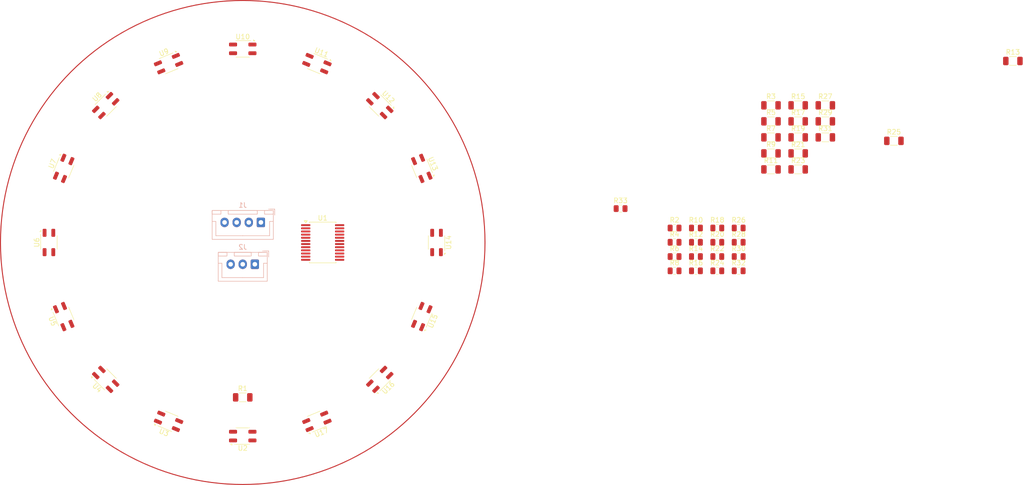
<source format=kicad_pcb>
(kicad_pcb (version 20241229) (generator "pcbnew") (generator_version "9.0")
  (layers (0 "F.Cu" signal) (2 "B.Cu" signal) (13 "F.Paste" user) (15 "B.Paste" user) (5 "F.SilkS" user "F.Silkscreen") (7 "B.SilkS" user "B.Silkscreen") (1 "F.Mask" user) (3 "B.Mask" user) (25 "Edge.Cuts" user))
  (net 0 "")
  (net 1 "Net-(J1-Pin_3)")
  (net 2 "Net-(J1-Pin_4)")
  (net 3 "Net-(J1-Pin_2)")
  (net 4 "Net-(J1-Pin_1)")
  (net 5 "Net-(J2-Pin_3)")
  (net 6 "GND")
  (net 7 "+5V")
  (net 8 "/ir_0")
  (net 9 "Net-(U2-A)")
  (net 10 "/ir_1")
  (net 11 "Net-(U3-A)")
  (net 12 "/ir_2")
  (net 13 "Net-(U4-A)")
  (net 14 "/ir_3")
  (net 15 "Net-(U5-A)")
  (net 16 "/ir_4")
  (net 17 "Net-(U6-A)")
  (net 18 "/ir_5")
  (net 19 "Net-(U7-A)")
  (net 20 "/ir_6")
  (net 21 "Net-(U8-A)")
  (net 22 "/ir_7")
  (net 23 "Net-(U9-A)")
  (net 24 "/ir_8")
  (net 25 "Net-(U10-A)")
  (net 26 "/ir_9")
  (net 27 "Net-(U11-A)")
  (net 28 "/ir_10")
  (net 29 "Net-(U12-A)")
  (net 30 "/ir_11")
  (net 31 "Net-(U13-A)")
  (net 32 "/ir_12")
  (net 33 "Net-(U14-A)")
  (net 34 "/ir_13")
  (net 35 "Net-(U15-A)")
  (net 36 "/ir_14")
  (net 37 "Net-(U16-A)")
  (net 38 "/ir_15")
  (net 39 "Net-(U17-A)")
  (net 40 "Net-(U1-~{E})")
  (footprint "Resistor_SMD:R_0805_2012Metric" (layer "F.Cu") (at 189.13 97.01)
    (property "Reference" "R2" (at 0 -1.65 0) (layer "F.SilkS"))
    (property "Value" "10k")
    (fp_line (start -0.227064 -0.735) (end 0.227064 -0.735) (stroke (width 0.12)) (layer "F.SilkS"))
    (fp_line (start -0.227064 0.735) (end 0.227064 0.735) (stroke (width 0.12)) (layer "F.SilkS"))
    (pad "1" smd roundrect (at -0.9125 0) (size 1.025 1.4) (layers "F.Cu" "F.Mask" "F.Paste") (roundrect_rratio 0.243902) (net 7 "+5V"))
    (pad "2" smd roundrect (at 0.9125 0) (size 1.025 1.4) (layers "F.Cu" "F.Mask" "F.Paste") (roundrect_rratio 0.243902) (net 9 "Net-(U2-A)"))
  )
  (footprint "Resistor_SMD:R_0805_2012Metric" (layer "F.Cu") (at 202.36 105.86)
    (property "Reference" "R32" (at 0 -1.65 0) (layer "F.SilkS"))
    (property "Value" "10k")
    (fp_line (start -0.227064 -0.735) (end 0.227064 -0.735) (stroke (width 0.12)) (layer "F.SilkS"))
    (fp_line (start -0.227064 0.735) (end 0.227064 0.735) (stroke (width 0.12)) (layer "F.SilkS"))
    (pad "1" smd roundrect (at -0.9125 0) (size 1.025 1.4) (layers "F.Cu" "F.Mask" "F.Paste") (roundrect_rratio 0.243902) (net 7 "+5V"))
    (pad "2" smd roundrect (at 0.9125 0) (size 1.025 1.4) (layers "F.Cu" "F.Mask" "F.Paste") (roundrect_rratio 0.243902) (net 39 "Net-(U17-A)"))
  )
  (footprint "Resistor_SMD:R_0805_2012Metric" (layer "F.Cu") (at 197.95 99.96)
    (property "Reference" "R20" (at 0 -1.65 0) (layer "F.SilkS"))
    (property "Value" "10k")
    (fp_line (start -0.227064 -0.735) (end 0.227064 -0.735) (stroke (width 0.12)) (layer "F.SilkS"))
    (fp_line (start -0.227064 0.735) (end 0.227064 0.735) (stroke (width 0.12)) (layer "F.SilkS"))
    (pad "1" smd roundrect (at -0.9125 0) (size 1.025 1.4) (layers "F.Cu" "F.Mask" "F.Paste") (roundrect_rratio 0.243902) (net 7 "+5V"))
    (pad "2" smd roundrect (at 0.9125 0) (size 1.025 1.4) (layers "F.Cu" "F.Mask" "F.Paste") (roundrect_rratio 0.243902) (net 27 "Net-(U11-A)"))
  )
  (footprint "OptoDevice:OnSemi_CASE100CY" (layer "F.Cu") (at 84.692663 63.044819 -67.5)
    (property "Reference" "U9" (at -2.5 0 22.5) (layer "F.SilkS"))
    (property "Value" "QRE1113GR")
    (fp_line (start -1.7 1.4) (end -1.7 -1.67) (stroke (width 0.12)) (layer "F.SilkS"))
    (fp_line (start 1.7 1.4) (end 1.7 -1.4) (stroke (width 0.12)) (layer "F.SilkS"))
    (fp_poly (pts (xy -1.61 -2.23) (xy -1.89 -2.23) (xy -1.61 -2.51) (xy -1.61 -2.23)) (stroke (width 0.12)) (fill yes) (layer "F.SilkS"))
    (pad "1" smd roundrect (at -0.9 -2 292.5) (size 0.79 1.66) (layers "F.Cu" "F.Mask" "F.Paste") (net 23 "Net-(U9-A)"))
    (pad "2" smd roundrect (at -0.9 2 292.5) (size 0.79 1.66) (layers "F.Cu" "F.Mask" "F.Paste") (net 6 "GND"))
    (pad "3" smd roundrect (at 0.9 2 292.5) (size 0.79 1.66) (layers "F.Cu" "F.Mask" "F.Paste") (net 22 "/ir_7"))
    (pad "4" smd roundrect (at 0.9 -2 292.5) (size 0.79 1.66) (layers "F.Cu" "F.Mask" "F.Paste") (net 6 "GND"))
  )
  (footprint "OptoDevice:OnSemi_CASE100CY" (layer "F.Cu") (at 63.044819 84.692663 -22.5)
    (property "Reference" "U7" (at -2.5 0 67.5) (layer "F.SilkS"))
    (property "Value" "QRE1113GR")
    (fp_line (start -1.7 1.4) (end -1.7 -1.67) (stroke (width 0.12)) (layer "F.SilkS"))
    (fp_line (start 1.7 1.4) (end 1.7 -1.4) (stroke (width 0.12)) (layer "F.SilkS"))
    (fp_poly (pts (xy -1.61 -2.23) (xy -1.89 -2.23) (xy -1.61 -2.51) (xy -1.61 -2.23)) (stroke (width 0.12)) (fill yes) (layer "F.SilkS"))
    (pad "1" smd roundrect (at -0.9 -2 337.5) (size 0.79 1.66) (layers "F.Cu" "F.Mask" "F.Paste") (net 19 "Net-(U7-A)"))
    (pad "2" smd roundrect (at -0.9 2 337.5) (size 0.79 1.66) (layers "F.Cu" "F.Mask" "F.Paste") (net 6 "GND"))
    (pad "3" smd roundrect (at 0.9 2 337.5) (size 0.79 1.66) (layers "F.Cu" "F.Mask" "F.Paste") (net 18 "/ir_5"))
    (pad "4" smd roundrect (at 0.9 -2 337.5) (size 0.79 1.66) (layers "F.Cu" "F.Mask" "F.Paste") (net 6 "GND"))
  )
  (footprint "OptoDevice:OnSemi_CASE100CY" (layer "F.Cu") (at 84.692663 136.955181 67.5)
    (property "Reference" "U3" (at -2.5 0 157.5) (layer "F.SilkS"))
    (property "Value" "QRE1113GR")
    (fp_line (start -1.7 1.4) (end -1.7 -1.67) (stroke (width 0.12)) (layer "F.SilkS"))
    (fp_line (start 1.7 1.4) (end 1.7 -1.4) (stroke (width 0.12)) (layer "F.SilkS"))
    (fp_poly (pts (xy -1.61 -2.23) (xy -1.89 -2.23) (xy -1.61 -2.51) (xy -1.61 -2.23)) (stroke (width 0.12)) (fill yes) (layer "F.SilkS"))
    (pad "1" smd roundrect (at -0.9 -2 67.5) (size 0.79 1.66) (layers "F.Cu" "F.Mask" "F.Paste") (net 11 "Net-(U3-A)"))
    (pad "2" smd roundrect (at -0.9 2 67.5) (size 0.79 1.66) (layers "F.Cu" "F.Mask" "F.Paste") (net 6 "GND"))
    (pad "3" smd roundrect (at 0.9 2 67.5) (size 0.79 1.66) (layers "F.Cu" "F.Mask" "F.Paste") (net 10 "/ir_1"))
    (pad "4" smd roundrect (at 0.9 -2 67.5) (size 0.79 1.66) (layers "F.Cu" "F.Mask" "F.Paste") (net 6 "GND"))
  )
  (footprint "Resistor_SMD:R_0805_2012Metric" (layer "F.Cu") (at 202.36 97.01)
    (property "Reference" "R26" (at 0 -1.65 0) (layer "F.SilkS"))
    (property "Value" "10k")
    (fp_line (start -0.227064 -0.735) (end 0.227064 -0.735) (stroke (width 0.12)) (layer "F.SilkS"))
    (fp_line (start -0.227064 0.735) (end 0.227064 0.735) (stroke (width 0.12)) (layer "F.SilkS"))
    (pad "1" smd roundrect (at -0.9125 0) (size 1.025 1.4) (layers "F.Cu" "F.Mask" "F.Paste") (roundrect_rratio 0.243902) (net 7 "+5V"))
    (pad "2" smd roundrect (at 0.9125 0) (size 1.025 1.4) (layers "F.Cu" "F.Mask" "F.Paste") (roundrect_rratio 0.243902) (net 33 "Net-(U14-A)"))
  )
  (footprint "OptoDevice:OnSemi_CASE100CY" (layer "F.Cu") (at 71.715729 71.715729 -45)
    (property "Reference" "U8" (at -2.5 0 45) (layer "F.SilkS"))
    (property "Value" "QRE1113GR")
    (fp_line (start -1.7 1.4) (end -1.7 -1.67) (stroke (width 0.12)) (layer "F.SilkS"))
    (fp_line (start 1.7 1.4) (end 1.7 -1.4) (stroke (width 0.12)) (layer "F.SilkS"))
    (fp_poly (pts (xy -1.61 -2.23) (xy -1.89 -2.230001) (xy -1.609999 -2.509999) (xy -1.61 -2.23)) (stroke (width 0.12)) (fill yes) (layer "F.SilkS"))
    (pad "1" smd roundrect (at -0.899999 -2 315) (size 0.79 1.66) (layers "F.Cu" "F.Mask" "F.Paste") (net 21 "Net-(U8-A)"))
    (pad "2" smd roundrect (at -0.900001 2 315) (size 0.79 1.66) (layers "F.Cu" "F.Mask" "F.Paste") (net 6 "GND"))
    (pad "3" smd roundrect (at 0.899999 2 315) (size 0.79 1.66) (layers "F.Cu" "F.Mask" "F.Paste") (net 20 "/ir_6"))
    (pad "4" smd roundrect (at 0.900001 -2 315) (size 0.79 1.66) (layers "F.Cu" "F.Mask" "F.Paste") (net 6 "GND"))
  )
  (footprint "Resistor_SMD:R_0805_2012Metric" (layer "F.Cu") (at 193.54 99.96)
    (property "Reference" "R12" (at 0 -1.65 0) (layer "F.SilkS"))
    (property "Value" "10k")
    (fp_line (start -0.227064 -0.735) (end 0.227064 -0.735) (stroke (width 0.12)) (layer "F.SilkS"))
    (fp_line (start -0.227064 0.735) (end 0.227064 0.735) (stroke (width 0.12)) (layer "F.SilkS"))
    (pad "1" smd roundrect (at -0.9125 0) (size 1.025 1.4) (layers "F.Cu" "F.Mask" "F.Paste") (roundrect_rratio 0.243902) (net 7 "+5V"))
    (pad "2" smd roundrect (at 0.9125 0) (size 1.025 1.4) (layers "F.Cu" "F.Mask" "F.Paste") (roundrect_rratio 0.243902) (net 19 "Net-(U7-A)"))
  )
  (footprint "Resistor_SMD:R_0805_2012Metric" (layer "F.Cu") (at 193.54 102.91)
    (property "Reference" "R14" (at 0 -1.65 0) (layer "F.SilkS"))
    (property "Value" "10k")
    (fp_line (start -0.227064 -0.735) (end 0.227064 -0.735) (stroke (width 0.12)) (layer "F.SilkS"))
    (fp_line (start -0.227064 0.735) (end 0.227064 0.735) (stroke (width 0.12)) (layer "F.SilkS"))
    (pad "1" smd roundrect (at -0.9125 0) (size 1.025 1.4) (layers "F.Cu" "F.Mask" "F.Paste") (roundrect_rratio 0.243902) (net 7 "+5V"))
    (pad "2" smd roundrect (at 0.9125 0) (size 1.025 1.4) (layers "F.Cu" "F.Mask" "F.Paste") (roundrect_rratio 0.243902) (net 21 "Net-(U8-A)"))
  )
  (footprint "Resistor_SMD:R_1206_3216Metric" (layer "F.Cu") (at 209.03 71.66)
    (property "Reference" "R3" (at 0 -1.83 0) (layer "F.SilkS"))
    (property "Value" "100")
    (fp_line (start -0.727064 -0.91) (end 0.727064 -0.91) (stroke (width 0.12)) (layer "F.SilkS"))
    (fp_line (start -0.727064 0.91) (end 0.727064 0.91) (stroke (width 0.12)) (layer "F.SilkS"))
    (pad "1" smd roundrect (at -1.4625 0) (size 1.125 1.75) (layers "F.Cu" "F.Mask" "F.Paste") (roundrect_rratio 0.222222) (net 7 "+5V"))
    (pad "2" smd roundrect (at 1.4625 0) (size 1.125 1.75) (layers "F.Cu" "F.Mask" "F.Paste") (roundrect_rratio 0.222222) (net 10 "/ir_1"))
  )
  (footprint "Resistor_SMD:R_1206_3216Metric" (layer "F.Cu") (at 214.64 84.9)
    (property "Reference" "R23" (at 0 -1.83 0) (layer "F.SilkS"))
    (property "Value" "100")
    (fp_line (start -0.727064 -0.91) (end 0.727064 -0.91) (stroke (width 0.12)) (layer "F.SilkS"))
    (fp_line (start -0.727064 0.91) (end 0.727064 0.91) (stroke (width 0.12)) (layer "F.SilkS"))
    (pad "1" smd roundrect (at -1.4625 0) (size 1.125 1.75) (layers "F.Cu" "F.Mask" "F.Paste") (roundrect_rratio 0.222222) (net 7 "+5V"))
    (pad "2" smd roundrect (at 1.4625 0) (size 1.125 1.75) (layers "F.Cu" "F.Mask" "F.Paste") (roundrect_rratio 0.222222) (net 30 "/ir_11"))
  )
  (footprint "Resistor_SMD:R_1206_3216Metric" (layer "F.Cu") (at 214.64 71.66)
    (property "Reference" "R15" (at 0 -1.83 0) (layer "F.SilkS"))
    (property "Value" "100")
    (fp_line (start -0.727064 -0.91) (end 0.727064 -0.91) (stroke (width 0.12)) (layer "F.SilkS"))
    (fp_line (start -0.727064 0.91) (end 0.727064 0.91) (stroke (width 0.12)) (layer "F.SilkS"))
    (pad "1" smd roundrect (at -1.4625 0) (size 1.125 1.75) (layers "F.Cu" "F.Mask" "F.Paste") (roundrect_rratio 0.222222) (net 7 "+5V"))
    (pad "2" smd roundrect (at 1.4625 0) (size 1.125 1.75) (layers "F.Cu" "F.Mask" "F.Paste") (roundrect_rratio 0.222222) (net 22 "/ir_7"))
  )
  (footprint "OptoDevice:OnSemi_CASE100CY" (layer "F.Cu") (at 115.307337 136.955181 112.5)
    (property "Reference" "U17" (at -2.5 0 22.5) (layer "F.SilkS"))
    (property "Value" "QRE1113GR")
    (fp_line (start 1.7 1.4) (end 1.7 -1.4) (stroke (width 0.12)) (layer "F.SilkS"))
    (fp_line (start -1.7 1.4) (end -1.7 -1.67) (stroke (width 0.12)) (layer "F.SilkS"))
    (fp_poly (pts (xy -1.61 -2.23) (xy -1.89 -2.23) (xy -1.61 -2.51) (xy -1.61 -2.23)) (stroke (width 0.12)) (fill yes) (layer "F.SilkS"))
    (pad "1" smd roundrect (at -0.9 -2 112.5) (size 0.79 1.66) (layers "F.Cu" "F.Mask" "F.Paste") (net 39 "Net-(U17-A)"))
    (pad "2" smd roundrect (at -0.9 2 112.5) (size 0.79 1.66) (layers "F.Cu" "F.Mask" "F.Paste") (net 6 "GND"))
    (pad "3" smd roundrect (at 0.9 2 112.5) (size 0.79 1.66) (layers "F.Cu" "F.Mask" "F.Paste") (net 38 "/ir_15"))
    (pad "4" smd roundrect (at 0.9 -2 112.5) (size 0.79 1.66) (layers "F.Cu" "F.Mask" "F.Paste") (net 6 "GND"))
  )
  (footprint "Resistor_SMD:R_1206_3216Metric" (layer "F.Cu") (at 220.25 78.28)
    (property "Reference" "R31" (at 0 -1.83 0) (layer "F.SilkS"))
    (property "Value" "100")
    (fp_line (start -0.727064 -0.91) (end 0.727064 -0.91) (stroke (width 0.12)) (layer "F.SilkS"))
    (fp_line (start -0.727064 0.91) (end 0.727064 0.91) (stroke (width 0.12)) (layer "F.SilkS"))
    (pad "1" smd roundrect (at -1.4625 0) (size 1.125 1.75) (layers "F.Cu" "F.Mask" "F.Paste") (roundrect_rratio 0.222222) (net 7 "+5V"))
    (pad "2" smd roundrect (at 1.4625 0) (size 1.125 1.75) (layers "F.Cu" "F.Mask" "F.Paste") (roundrect_rratio 0.222222) (net 38 "/ir_15"))
  )
  (footprint "Resistor_SMD:R_1206_3216Metric" (layer "F.Cu") (at 220.25 71.66)
    (property "Reference" "R27" (at 0 -1.83 0) (layer "F.SilkS"))
    (property "Value" "100")
    (fp_line (start -0.727064 -0.91) (end 0.727064 -0.91) (stroke (width 0.12)) (layer "F.SilkS"))
    (fp_line (start -0.727064 0.91) (end 0.727064 0.91) (stroke (width 0.12)) (layer "F.SilkS"))
    (pad "1" smd roundrect (at -1.4625 0) (size 1.125 1.75) (layers "F.Cu" "F.Mask" "F.Paste") (roundrect_rratio 0.222222) (net 7 "+5V"))
    (pad "2" smd roundrect (at 1.4625 0) (size 1.125 1.75) (layers "F.Cu" "F.Mask" "F.Paste") (roundrect_rratio 0.222222) (net 34 "/ir_13"))
  )
  (footprint "OptoDevice:OnSemi_CASE100CY" (layer "F.Cu") (at 71.715729 128.284271 45)
    (property "Reference" "U4" (at -2.5 0 135) (layer "F.SilkS"))
    (property "Value" "QRE1113GR")
    (fp_line (start -1.7 1.4) (end -1.7 -1.67) (stroke (width 0.12)) (layer "F.SilkS"))
    (fp_line (start 1.7 1.4) (end 1.7 -1.4) (stroke (width 0.12)) (layer "F.SilkS"))
    (fp_poly (pts (xy -1.61 -2.23) (xy -1.89 -2.230001) (xy -1.61 -2.51) (xy -1.61 -2.23)) (stroke (width 0.12)) (fill yes) (layer "F.SilkS"))
    (pad "1" smd roundrect (at -0.900001 -2 45) (size 0.79 1.66) (layers "F.Cu" "F.Mask" "F.Paste") (net 13 "Net-(U4-A)"))
    (pad "2" smd roundrect (at -0.899999 2 45) (size 0.79 1.66) (layers "F.Cu" "F.Mask" "F.Paste") (net 6 "GND"))
    (pad "3" smd roundrect (at 0.900001 2 45) (size 0.79 1.66) (layers "F.Cu" "F.Mask" "F.Paste") (net 12 "/ir_2"))
    (pad "4" smd roundrect (at 0.899999 -2 45) (size 0.79 1.66) (layers "F.Cu" "F.Mask" "F.Paste") (net 6 "GND"))
  )
  (footprint "Resistor_SMD:R_0805_2012Metric" (layer "F.Cu") (at 202.36 99.96)
    (property "Reference" "R28" (at 0 -1.65 0) (layer "F.SilkS"))
    (property "Value" "10k")
    (fp_line (start -0.227064 -0.735) (end 0.227064 -0.735) (stroke (width 0.12)) (layer "F.SilkS"))
    (fp_line (start -0.227064 0.735) (end 0.227064 0.735) (stroke (width 0.12)) (layer "F.SilkS"))
    (pad "1" smd roundrect (at -0.9125 0) (size 1.025 1.4) (layers "F.Cu" "F.Mask" "F.Paste") (roundrect_rratio 0.243902) (net 7 "+5V"))
    (pad "2" smd roundrect (at 0.9125 0) (size 1.025 1.4) (layers "F.Cu" "F.Mask" "F.Paste") (roundrect_rratio 0.243902) (net 35 "Net-(U15-A)"))
  )
  (footprint "Resistor_SMD:R_1206_3216Metric" (layer "F.Cu") (at 234.4 79)
    (property "Reference" "R25" (at 0 -1.83 0) (layer "F.SilkS"))
    (property "Value" "100")
    (fp_line (start -0.727064 -0.91) (end 0.727064 -0.91) (stroke (width 0.12)) (layer "F.SilkS"))
    (fp_line (start -0.727064 0.91) (end 0.727064 0.91) (stroke (width 0.12)) (layer "F.SilkS"))
    (pad "1" smd roundrect (at -1.4625 0) (size 1.125 1.75) (layers "F.Cu" "F.Mask" "F.Paste") (roundrect_rratio 0.222222) (net 7 "+5V"))
    (pad "2" smd roundrect (at 1.4625 0) (size 1.125 1.75) (layers "F.Cu" "F.Mask" "F.Paste") (roundrect_rratio 0.222222) (net 32 "/ir_12"))
  )
  (footprint "Resistor_SMD:R_1206_3216Metric" (layer "F.Cu") (at 214.64 74.97)
    (property "Reference" "R17" (at 0 -1.83 0) (layer "F.SilkS"))
    (property "Value" "100")
    (fp_line (start -0.727064 -0.91) (end 0.727064 -0.91) (stroke (width 0.12)) (layer "F.SilkS"))
    (fp_line (start -0.727064 0.91) (end 0.727064 0.91) (stroke (width 0.12)) (layer "F.SilkS"))
    (pad "1" smd roundrect (at -1.4625 0) (size 1.125 1.75) (layers "F.Cu" "F.Mask" "F.Paste") (roundrect_rratio 0.222222) (net 7 "+5V"))
    (pad "2" smd roundrect (at 1.4625 0) (size 1.125 1.75) (layers "F.Cu" "F.Mask" "F.Paste") (roundrect_rratio 0.222222) (net 24 "/ir_8"))
  )
  (footprint "OptoDevice:OnSemi_CASE100CY" (layer "F.Cu") (at 60 100)
    (property "Reference" "U6" (at -2.5 0 90) (layer "F.SilkS"))
    (property "Value" "QRE1113GR")
    (fp_line (start -1.7 1.4) (end -1.7 -1.67) (stroke (width 0.12)) (layer "F.SilkS"))
    (fp_line (start 1.7 1.4) (end 1.7 -1.4) (stroke (width 0.12)) (layer "F.SilkS"))
    (fp_poly (pts (xy -1.61 -2.23) (xy -1.89 -2.23) (xy -1.61 -2.51) (xy -1.61 -2.23)) (stroke (width 0.12)) (fill yes) (layer "F.SilkS"))
    (pad "1" smd roundrect (at -0.9 -2) (size 0.79 1.66) (layers "F.Cu" "F.Mask" "F.Paste") (net 17 "Net-(U6-A)"))
    (pad "2" smd roundrect (at -0.9 2) (size 0.79 1.66) (layers "F.Cu" "F.Mask" "F.Paste") (net 6 "GND"))
    (pad "3" smd roundrect (at 0.9 2) (size 0.79 1.66) (layers "F.Cu" "F.Mask" "F.Paste") (net 16 "/ir_4"))
    (pad "4" smd roundrect (at 0.9 -2) (size 0.79 1.66) (layers "F.Cu" "F.Mask" "F.Paste") (net 6 "GND"))
  )
  (footprint "Resistor_SMD:R_1206_3216Metric" (layer "F.Cu") (at 214.64 78.28)
    (property "Reference" "R19" (at 0 -1.83 0) (layer "F.SilkS"))
    (property "Value" "100")
    (fp_line (start -0.727064 -0.91) (end 0.727064 -0.91) (stroke (width 0.12)) (layer "F.SilkS"))
    (fp_line (start -0.727064 0.91) (end 0.727064 0.91) (stroke (width 0.12)) (layer "F.SilkS"))
    (pad "1" smd roundrect (at -1.4625 0) (size 1.125 1.75) (layers "F.Cu" "F.Mask" "F.Paste") (roundrect_rratio 0.222222) (net 7 "+5V"))
    (pad "2" smd roundrect (at 1.4625 0) (size 1.125 1.75) (layers "F.Cu" "F.Mask" "F.Paste") (roundrect_rratio 0.222222) (net 26 "/ir_9"))
  )
  (footprint "Resistor_SMD:R_0805_2012Metric" (layer "F.Cu") (at 177.9875 93)
    (property "Reference" "R33" (at 0 -1.65 0) (layer "F.SilkS"))
    (property "Value" "10k")
    (fp_line (start -0.227064 -0.735) (end 0.227064 -0.735) (stroke (width 0.12)) (layer "F.SilkS"))
    (fp_line (start -0.227064 0.735) (end 0.227064 0.735) (stroke (width 0.12)) (layer "F.SilkS"))
    (pad "1" smd roundrect (at -0.9125 0) (size 1.025 1.4) (layers "F.Cu" "F.Mask" "F.Paste") (roundrect_rratio 0.243902) (net 40 "Net-(U1-~{E})"))
    (pad "2" smd roundrect (at 0.9125 0) (size 1.025 1.4) (layers "F.Cu" "F.Mask" "F.Paste") (roundrect_rratio 0.243902) (net 6 "GND"))
  )
  (footprint "Resistor_SMD:R_0805_2012Metric" (layer "F.Cu") (at 197.95 97.01)
    (property "Reference" "R18" (at 0 -1.65 0) (layer "F.SilkS"))
    (property "Value" "10k")
    (fp_line (start -0.227064 -0.735) (end 0.227064 -0.735) (stroke (width 0.12)) (layer "F.SilkS"))
    (fp_line (start -0.227064 0.735) (end 0.227064 0.735) (stroke (width 0.12)) (layer "F.SilkS"))
    (pad "1" smd roundrect (at -0.9125 0) (size 1.025 1.4) (layers "F.Cu" "F.Mask" "F.Paste") (roundrect_rratio 0.243902) (net 7 "+5V"))
    (pad "2" smd roundrect (at 0.9125 0) (size 1.025 1.4) (layers "F.Cu" "F.Mask" "F.Paste") (roundrect_rratio 0.243902) (net 25 "Net-(U10-A)"))
  )
  (footprint "Resistor_SMD:R_0805_2012Metric" (layer "F.Cu") (at 202.36 102.91)
    (property "Reference" "R30" (at 0 -1.65 0) (layer "F.SilkS"))
    (property "Value" "10k")
    (fp_line (start -0.227064 -0.735) (end 0.227064 -0.735) (stroke (width 0.12)) (layer "F.SilkS"))
    (fp_line (start -0.227064 0.735) (end 0.227064 0.735) (stroke (width 0.12)) (layer "F.SilkS"))
    (pad "1" smd roundrect (at -0.9125 0) (size 1.025 1.4) (layers "F.Cu" "F.Mask" "F.Paste") (roundrect_rratio 0.243902) (net 7 "+5V"))
    (pad "2" smd roundrect (at 0.9125 0) (size 1.025 1.4) (layers "F.Cu" "F.Mask" "F.Paste") (roundrect_rratio 0.243902) (net 37 "Net-(U16-A)"))
  )
  (footprint "OptoDevice:OnSemi_CASE100CY" (layer "F.Cu") (at 63.044819 115.307337 22.5)
    (property "Reference" "U5" (at -2.5 0 112.5) (layer "F.SilkS"))
    (property "Value" "QRE1113GR")
    (fp_line (start -1.7 1.4) (end -1.7 -1.67) (stroke (width 0.12)) (layer "F.SilkS"))
    (fp_line (start 1.7 1.4) (end 1.7 -1.4) (stroke (width 0.12)) (layer "F.SilkS"))
    (fp_poly (pts (xy -1.61 -2.23) (xy -1.89 -2.23) (xy -1.61 -2.51) (xy -1.61 -2.23)) (stroke (width 0.12)) (fill yes) (layer "F.SilkS"))
    (pad "1" smd roundrect (at -0.9 -2 22.5) (size 0.79 1.66) (layers "F.Cu" "F.Mask" "F.Paste") (net 15 "Net-(U5-A)"))
    (pad "2" smd roundrect (at -0.9 2 22.5) (size 0.79 1.66) (layers "F.Cu" "F.Mask" "F.Paste") (net 6 "GND"))
    (pad "3" smd roundrect (at 0.9 2 22.5) (size 0.79 1.66) (layers "F.Cu" "F.Mask" "F.Paste") (net 14 "/ir_3"))
    (pad "4" smd roundrect (at 0.9 -2 22.5) (size 0.79 1.66) (layers "F.Cu" "F.Mask" "F.Paste") (net 6 "GND"))
  )
  (footprint "Resistor_SMD:R_0805_2012Metric" (layer "F.Cu") (at 193.54 105.86)
    (property "Reference" "R16" (at 0 -1.65 0) (layer "F.SilkS"))
    (property "Value" "10k")
    (fp_line (start -0.227064 -0.735) (end 0.227064 -0.735) (stroke (width 0.12)) (layer "F.SilkS"))
    (fp_line (start -0.227064 0.735) (end 0.227064 0.735) (stroke (width 0.12)) (layer "F.SilkS"))
    (pad "1" smd roundrect (at -0.9125 0) (size 1.025 1.4) (layers "F.Cu" "F.Mask" "F.Paste") (roundrect_rratio 0.243902) (net 7 "+5V"))
    (pad "2" smd roundrect (at 0.9125 0) (size 1.025 1.4) (layers "F.Cu" "F.Mask" "F.Paste") (roundrect_rratio 0.243902) (net 23 "Net-(U9-A)"))
  )
  (footprint "Resistor_SMD:R_0805_2012Metric" (layer "F.Cu") (at 189.13 99.96)
    (property "Reference" "R4" (at 0 -1.65 0) (layer "F.SilkS"))
    (property "Value" "10k")
    (fp_line (start -0.227064 -0.735) (end 0.227064 -0.735) (stroke (width 0.12)) (layer "F.SilkS"))
    (fp_line (start -0.227064 0.735) (end 0.227064 0.735) (stroke (width 0.12)) (layer "F.SilkS"))
    (pad "1" smd roundrect (at -0.9125 0) (size 1.025 1.4) (layers "F.Cu" "F.Mask" "F.Paste") (roundrect_rratio 0.243902) (net 7 "+5V"))
    (pad "2" smd roundrect (at 0.9125 0) (size 1.025 1.4) (layers "F.Cu" "F.Mask" "F.Paste") (roundrect_rratio 0.243902) (net 11 "Net-(U3-A)"))
  )
  (footprint "Resistor_SMD:R_1206_3216Metric" (layer "F.Cu") (at 100 132)
    (property "Reference" "R1" (at 0 -1.83 0) (layer "F.SilkS"))
    (property "Value" "100")
    (fp_line (start -0.727064 -0.91) (end 0.727064 -0.91) (stroke (width 0.12)) (layer "F.SilkS"))
    (fp_line (start -0.727064 0.91) (end 0.727064 0.91) (stroke (width 0.12)) (layer "F.SilkS"))
    (pad "1" smd roundrect (at -1.4625 0) (size 1.125 1.75) (layers "F.Cu" "F.Mask" "F.Paste") (roundrect_rratio 0.222222) (net 7 "+5V"))
    (pad "2" smd roundrect (at 1.4625 0) (size 1.125 1.75) (layers "F.Cu" "F.Mask" "F.Paste") (roundrect_rratio 0.222222) (net 8 "/ir_0"))
  )
  (footprint "OptoDevice:OnSemi_CASE100CY" (layer "F.Cu") (at 100 60 -90)
    (property "Reference" "U10" (at -2.5 0 0) (layer "F.SilkS"))
    (property "Value" "QRE1113GR")
    (fp_line (start -1.7 1.4) (end -1.7 -1.67) (stroke (width 0.12)) (layer "F.SilkS"))
    (fp_line (start 1.7 1.4) (end 1.7 -1.4) (stroke (width 0.12)) (layer "F.SilkS"))
    (fp_poly (pts (xy -1.61 -2.23) (xy -1.89 -2.23) (xy -1.61 -2.51) (xy -1.61 -2.23)) (stroke (width 0.12)) (fill yes) (layer "F.SilkS"))
    (pad "1" smd roundrect (at -0.9 -2 270) (size 0.79 1.66) (layers "F.Cu" "F.Mask" "F.Paste") (net 25 "Net-(U10-A)"))
    (pad "2" smd roundrect (at -0.9 2 270) (size 0.79 1.66) (layers "F.Cu" "F.Mask" "F.Paste") (net 6 "GND"))
    (pad "3" smd roundrect (at 0.9 2 270) (size 0.79 1.66) (layers "F.Cu" "F.Mask" "F.Paste") (net 24 "/ir_8"))
    (pad "4" smd roundrect (at 0.9 -2 270) (size 0.79 1.66) (layers "F.Cu" "F.Mask" "F.Paste") (net 6 "GND"))
  )
  (footprint "OptoDevice:OnSemi_CASE100CY" (layer "F.Cu") (at 128.284271 128.284271 135)
    (property "Reference" "U16" (at -2.5 0 45) (layer "F.SilkS"))
    (property "Value" "QRE1113GR")
    (fp_line (start 1.7 1.4) (end 1.7 -1.4) (stroke (width 0.12)) (layer "F.SilkS"))
    (fp_line (start -1.7 1.4) (end -1.7 -1.67) (stroke (width 0.12)) (layer "F.SilkS"))
    (fp_poly (pts (xy -1.61 -2.23) (xy -1.89 -2.23) (xy -1.61 -2.51) (xy -1.61 -2.23)) (stroke (width 0.12)) (fill yes) (layer "F.SilkS"))
    (pad "1" smd roundrect (at -0.900001 -2 135) (size 0.79 1.66) (layers "F.Cu" "F.Mask" "F.Paste") (net 37 "Net-(U16-A)"))
    (pad "2" smd roundrect (at -0.900001 2 135) (size 0.79 1.66) (layers "F.Cu" "F.Mask" "F.Paste") (net 6 "GND"))
    (pad "3" smd roundrect (at 0.900001 2 135) (size 0.79 1.66) (layers "F.Cu" "F.Mask" "F.Paste") (net 36 "/ir_14"))
    (pad "4" smd roundrect (at 0.900001 -2 135) (size 0.79 1.66) (layers "F.Cu" "F.Mask" "F.Paste") (net 6 "GND"))
  )
  (footprint "OptoDevice:OnSemi_CASE100CY" (layer "F.Cu") (at 140 100 180)
    (property "Reference" "U14" (at -2.5 0 90) (layer "F.SilkS"))
    (property "Value" "QRE1113GR")
    (fp_line (start 1.7 1.4) (end 1.7 -1.4) (stroke (width 0.12)) (layer "F.SilkS"))
    (fp_line (start -1.7 1.4) (end -1.7 -1.67) (stroke (width 0.12)) (layer "F.SilkS"))
    (fp_poly (pts (xy -1.61 -2.23) (xy -1.89 -2.23) (xy -1.61 -2.51) (xy -1.61 -2.23)) (stroke (width 0.12)) (fill yes) (layer "F.SilkS"))
    (pad "1" smd roundrect (at -0.9 -2 180) (size 0.79 1.66) (layers "F.Cu" "F.Mask" "F.Paste") (net 33 "Net-(U14-A)"))
    (pad "2" smd roundrect (at -0.9 2 180) (size 0.79 1.66) (layers "F.Cu" "F.Mask" "F.Paste") (net 6 "GND"))
    (pad "3" smd roundrect (at 0.9 2 180) (size 0.79 1.66) (layers "F.Cu" "F.Mask" "F.Paste") (net 32 "/ir_12"))
    (pad "4" smd roundrect (at 0.9 -2 180) (size 0.79 1.66) (layers "F.Cu" "F.Mask" "F.Paste") (net 6 "GND"))
  )
  (footprint "Resistor_SMD:R_1206_3216Metric" (layer "F.Cu") (at 258.9625 62.5)
    (property "Reference" "R13" (at 0 -1.83 0) (layer "F.SilkS"))
    (property "Value" "100")
    (fp_line (start -0.727064 -0.91) (end 0.727064 -0.91) (stroke (width 0.12)) (layer "F.SilkS"))
    (fp_line (start -0.727064 0.91) (end 0.727064 0.91) (stroke (width 0.12)) (layer "F.SilkS"))
    (pad "1" smd roundrect (at -1.4625 0) (size 1.125 1.75) (layers "F.Cu" "F.Mask" "F.Paste") (roundrect_rratio 0.222222) (net 7 "+5V"))
    (pad "2" smd roundrect (at 1.4625 0) (size 1.125 1.75) (layers "F.Cu" "F.Mask" "F.Paste") (roundrect_rratio 0.222222) (net 20 "/ir_6"))
  )
  (footprint "Resistor_SMD:R_0805_2012Metric" (layer "F.Cu") (at 193.54 97.01)
    (property "Reference" "R10" (at 0 -1.65 0) (layer "F.SilkS"))
    (property "Value" "10k")
    (fp_line (start -0.227064 -0.735) (end 0.227064 -0.735) (stroke (width 0.12)) (layer "F.SilkS"))
    (fp_line (start -0.227064 0.735) (end 0.227064 0.735) (stroke (width 0.12)) (layer "F.SilkS"))
    (pad "1" smd roundrect (at -0.9125 0) (size 1.025 1.4) (layers "F.Cu" "F.Mask" "F.Paste") (roundrect_rratio 0.243902) (net 7 "+5V"))
    (pad "2" smd roundrect (at 0.9125 0) (size 1.025 1.4) (layers "F.Cu" "F.Mask" "F.Paste") (roundrect_rratio 0.243902) (net 17 "Net-(U6-A)"))
  )
  (footprint "Resistor_SMD:R_0805_2012Metric" (layer "F.Cu") (at 197.95 105.86)
    (property "Reference" "R24" (at 0 -1.65 0) (layer "F.SilkS"))
    (property "Value" "10k")
    (fp_line (start -0.227064 -0.735) (end 0.227064 -0.735) (stroke (width 0.12)) (layer "F.SilkS"))
    (fp_line (start -0.227064 0.735) (end 0.227064 0.735) (stroke (width 0.12)) (layer "F.SilkS"))
    (pad "1" smd roundrect (at -0.9125 0) (size 1.025 1.4) (layers "F.Cu" "F.Mask" "F.Paste") (roundrect_rratio 0.243902) (net 7 "+5V"))
    (pad "2" smd roundrect (at 0.9125 0) (size 1.025 1.4) (layers "F.Cu" "F.Mask" "F.Paste") (roundrect_rratio 0.243902) (net 31 "Net-(U13-A)"))
  )
  (footprint "Resistor_SMD:R_1206_3216Metric" (layer "F.Cu") (at 209.03 84.9)
    (property "Reference" "R11" (at 0 -1.83 0) (layer "F.SilkS"))
    (property "Value" "100")
    (fp_line (start -0.727064 -0.91) (end 0.727064 -0.91) (stroke (width 0.12)) (layer "F.SilkS"))
    (fp_line (start -0.727064 0.91) (end 0.727064 0.91) (stroke (width 0.12)) (layer "F.SilkS"))
    (pad "1" smd roundrect (at -1.4625 0) (size 1.125 1.75) (layers "F.Cu" "F.Mask" "F.Paste") (roundrect_rratio 0.222222) (net 7 "+5V"))
    (pad "2" smd roundrect (at 1.4625 0) (size 1.125 1.75) (layers "F.Cu" "F.Mask" "F.Paste") (roundrect_rratio 0.222222) (net 18 "/ir_5"))
  )
  (footprint "Resistor_SMD:R_1206_3216Metric" (layer "F.Cu") (at 220.25 74.97)
    (property "Reference" "R29" (at 0 -1.83 0) (layer "F.SilkS"))
    (property "Value" "100")
    (fp_line (start -0.727064 -0.91) (end 0.727064 -0.91) (stroke (width 0.12)) (layer "F.SilkS"))
    (fp_line (start -0.727064 0.91) (end 0.727064 0.91) (stroke (width 0.12)) (layer "F.SilkS"))
    (pad "1" smd roundrect (at -1.4625 0) (size 1.125 1.75) (layers "F.Cu" "F.Mask" "F.Paste") (roundrect_rratio 0.222222) (net 7 "+5V"))
    (pad "2" smd roundrect (at 1.4625 0) (size 1.125 1.75) (layers "F.Cu" "F.Mask" "F.Paste") (roundrect_rratio 0.222222) (net 36 "/ir_14"))
  )
  (footprint "OptoDevice:OnSemi_CASE100CY" (layer "F.Cu") (at 136.955181 115.307337 157.5)
    (property "Reference" "U15" (at -2.5 0 67.5) (layer "F.SilkS"))
    (property "Value" "QRE1113GR")
    (fp_line (start 1.7 1.4) (end 1.7 -1.4) (stroke (width 0.12)) (layer "F.SilkS"))
    (fp_line (start -1.7 1.4) (end -1.7 -1.67) (stroke (width 0.12)) (layer "F.SilkS"))
    (fp_poly (pts (xy -1.61 -2.23) (xy -1.89 -2.23) (xy -1.61 -2.51) (xy -1.61 -2.23)) (stroke (width 0.12)) (fill yes) (layer "F.SilkS"))
    (pad "1" smd roundrect (at -0.9 -2 157.5) (size 0.79 1.66) (layers "F.Cu" "F.Mask" "F.Paste") (net 35 "Net-(U15-A)"))
    (pad "2" smd roundrect (at -0.9 2 157.5) (size 0.79 1.66) (layers "F.Cu" "F.Mask" "F.Paste") (net 6 "GND"))
    (pad "3" smd roundrect (at 0.9 2 157.5) (size 0.79 1.66) (layers "F.Cu" "F.Mask" "F.Paste") (net 34 "/ir_13"))
    (pad "4" smd roundrect (at 0.9 -2 157.5) (size 0.79 1.66) (layers "F.Cu" "F.Mask" "F.Paste") (net 6 "GND"))
  )
  (footprint "Resistor_SMD:R_1206_3216Metric" (layer "F.Cu") (at 209.03 74.97)
    (property "Reference" "R5" (at 0 -1.83 0) (layer "F.SilkS"))
    (property "Value" "100")
    (fp_line (start -0.727064 -0.91) (end 0.727064 -0.91) (stroke (width 0.12)) (layer "F.SilkS"))
    (fp_line (start -0.727064 0.91) (end 0.727064 0.91) (stroke (width 0.12)) (layer "F.SilkS"))
    (pad "1" smd roundrect (at -1.4625 0) (size 1.125 1.75) (layers "F.Cu" "F.Mask" "F.Paste") (roundrect_rratio 0.222222) (net 7 "+5V"))
    (pad "2" smd roundrect (at 1.4625 0) (size 1.125 1.75) (layers "F.Cu" "F.Mask" "F.Paste") (roundrect_rratio 0.222222) (net 12 "/ir_2"))
  )
  (footprint "OptoDevice:OnSemi_CASE100CY" (layer "F.Cu") (at 115.307337 63.044819 -112.5)
    (property "Reference" "U11" (at -2.5 0.000001 157.5) (layer "F.SilkS"))
    (property "Value" "QRE1113GR")
    (fp_line (start 1.7 1.4) (end 1.7 -1.4) (stroke (width 0.12)) (layer "F.SilkS"))
    (fp_line (start -1.7 1.4) (end -1.699999 -1.669999) (stroke (width 0.12)) (layer "F.SilkS"))
    (fp_poly (pts (xy -1.610001 -2.23) (xy -1.889999 -2.229999) (xy -1.609999 -2.51) (xy -1.610001 -2.23)) (stroke (width 0.12)) (fill yes) (layer "F.SilkS"))
    (pad "1" smd roundrect (at -0.899999 -2 247.5) (size 0.79 1.66) (layers "F.Cu" "F.Mask" "F.Paste") (net 27 "Net-(U11-A)"))
    (pad "2" smd roundrect (at -0.900001 2.000002 247.5) (size 0.79 1.66) (layers "F.Cu" "F.Mask" "F.Paste") (net 6 "GND"))
    (pad "3" smd roundrect (at 0.899999 2 247.5) (size 0.79 1.66) (layers "F.Cu" "F.Mask" "F.Paste") (net 26 "/ir_9"))
    (pad "4" smd roundrect (at 0.900001 -2.000002 247.5) (size 0.79 1.66) (layers "F.Cu" "F.Mask" "F.Paste") (net 6 "GND"))
  )
  (footprint "OptoDevice:OnSemi_CASE100CY" (layer "F.Cu") (at 136.955181 84.692663 -157.5)
    (property "Reference" "U13" (at -2.5 0 112.5) (layer "F.SilkS"))
    (property "Value" "QRE1113GR")
    (fp_line (start 1.7 1.4) (end 1.7 -1.4) (stroke (width 0.12)) (layer "F.SilkS"))
    (fp_line (start -1.7 1.4) (end -1.7 -1.67) (stroke (width 0.12)) (layer "F.SilkS"))
    (fp_poly (pts (xy -1.61 -2.23) (xy -1.89 -2.23) (xy -1.61 -2.51) (xy -1.61 -2.23)) (stroke (width 0.12)) (fill yes) (layer "F.SilkS"))
    (pad "1" smd roundrect (at -0.9 -2 202.5) (size 0.79 1.66) (layers "F.Cu" "F.Mask" "F.Paste") (net 31 "Net-(U13-A)"))
    (pad "2" smd roundrect (at -0.9 2 202.5) (size 0.79 1.66) (layers "F.Cu" "F.Mask" "F.Paste") (net 6 "GND"))
    (pad "3" smd roundrect (at 0.9 2 202.5) (size 0.79 1.66) (layers "F.Cu" "F.Mask" "F.Paste") (net 30 "/ir_11"))
    (pad "4" smd roundrect (at 0.9 -2 202.5) (size 0.79 1.66) (layers "F.Cu" "F.Mask" "F.Paste") (net 6 "GND"))
  )
  (footprint "Resistor_SMD:R_0805_2012Metric" (layer "F.Cu") (at 189.13 102.91)
    (property "Reference" "R6" (at 0 -1.65 0) (layer "F.SilkS"))
    (property "Value" "10k")
    (fp_line (start -0.227064 -0.735) (end 0.227064 -0.735) (stroke (width 0.12)) (layer "F.SilkS"))
    (fp_line (start -0.227064 0.735) (end 0.227064 0.735) (stroke (width 0.12)) (layer "F.SilkS"))
    (pad "1" smd roundrect (at -0.9125 0) (size 1.025 1.4) (layers "F.Cu" "F.Mask" "F.Paste") (roundrect_rratio 0.243902) (net 7 "+5V"))
    (pad "2" smd roundrect (at 0.9125 0) (size 1.025 1.4) (layers "F.Cu" "F.Mask" "F.Paste") (roundrect_rratio 0.243902) (net 13 "Net-(U4-A)"))
  )
  (footprint "Resistor_SMD:R_0805_2012Metric" (layer "F.Cu") (at 197.95 102.91)
    (property "Reference" "R22" (at 0 -1.65 0) (layer "F.SilkS"))
    (property "Value" "10k")
    (fp_line (start -0.227064 -0.735) (end 0.227064 -0.735) (stroke (width 0.12)) (layer "F.SilkS"))
    (fp_line (start -0.227064 0.735) (end 0.227064 0.735) (stroke (width 0.12)) (layer "F.SilkS"))
    (pad "1" smd roundrect (at -0.9125 0) (size 1.025 1.4) (layers "F.Cu" "F.Mask" "F.Paste") (roundrect_rratio 0.243902) (net 7 "+5V"))
    (pad "2" smd roundrect (at 0.9125 0) (size 1.025 1.4) (layers "F.Cu" "F.Mask" "F.Paste") (roundrect_rratio 0.243902) (net 29 "Net-(U12-A)"))
  )
  (footprint "Package_SO:SSOP-24_5.3x8.2mm_P0.65mm" (layer "F.Cu") (at 116.5 100)
    (property "Reference" "U1" (at 0 -5.05 0) (layer "F.SilkS"))
    (property "Value" "CD74HC4067SM")
    (fp_line (start -2.76 -4.21) (end 2.76 -4.21) (stroke (width 0.12)) (layer "F.SilkS"))
    (fp_line (start -2.76 -4.035) (end -2.76 -4.21) (stroke (width 0.12)) (layer "F.SilkS"))
    (fp_line (start -2.76 4.21) (end -2.76 4.035) (stroke (width 0.12)) (layer "F.SilkS"))
    (fp_line (start 2.76 -4.21) (end 2.76 -4.035) (stroke (width 0.12)) (layer "F.SilkS"))
    (fp_line (start 2.76 4.035) (end 2.76 4.21) (stroke (width 0.12)) (layer "F.SilkS"))
    (fp_line (start 2.76 4.21) (end -2.76 4.21) (stroke (width 0.12)) (layer "F.SilkS"))
    (fp_poly (pts (xy -3.5 -4.04) (xy -3.84 -4.51) (xy -3.16 -4.51)) (stroke (width 0.12)) (fill yes) (layer "F.SilkS"))
    (pad "1" smd roundrect (at -3.5 -3.575) (size 1.9 0.4) (layers "F.Cu" "F.Mask" "F.Paste") (net 5 "Net-(J2-Pin_3)"))
    (pad "2" smd roundrect (at -3.5 -2.925) (size 1.9 0.4) (layers "F.Cu" "F.Mask" "F.Paste") (net 22 "/ir_7"))
    (pad "3" smd roundrect (at -3.5 -2.275) (size 1.9 0.4) (layers "F.Cu" "F.Mask" "F.Paste") (net 20 "/ir_6"))
    (pad "4" smd roundrect (at -3.5 -1.625) (size 1.9 0.4) (layers "F.Cu" "F.Mask" "F.Paste") (net 18 "/ir_5"))
    (pad "5" smd roundrect (at -3.5 -0.975) (size 1.9 0.4) (layers "F.Cu" "F.Mask" "F.Paste") (net 16 "/ir_4"))
    (pad "6" smd roundrect (at -3.5 -0.325) (size 1.9 0.4) (layers "F.Cu" "F.Mask" "F.Paste") (net 14 "/ir_3"))
    (pad "7" smd roundrect (at -3.5 0.325) (size 1.9 0.4) (layers "F.Cu" "F.Mask" "F.Paste") (net 12 "/ir_2"))
    (pad "8" smd roundrect (at -3.5 0.975) (size 1.9 0.4) (layers "F.Cu" "F.Mask" "F.Paste") (net 10 "/ir_1"))
    (pad "9" smd roundrect (at -3.5 1.625) (size 1.9 0.4) (layers "F.Cu" "F.Mask" "F.Paste") (net 8 "/ir_0"))
    (pad "10" smd roundrect (at -3.5 2.275) (size 1.9 0.4) (layers "F.Cu" "F.Mask" "F.Paste") (net 4 "Net-(J1-Pin_1)"))
    (pad "11" smd roundrect (at -3.5 2.925) (size 1.9 0.4) (layers "F.Cu" "F.Mask" "F.Paste") (net 3 "Net-(J1-Pin_2)"))
    (pad "12" smd roundrect (at -3.5 3.575) (size 1.9 0.4) (layers "F.Cu" "F.Mask" "F.Paste") (net 6 "GND"))
    (pad "13" smd roundrect (at 3.5 3.575) (size 1.9 0.4) (layers "F.Cu" "F.Mask" "F.Paste") (net 2 "Net-(J1-Pin_4)"))
    (pad "14" smd roundrect (at 3.5 2.925) (size 1.9 0.4) (layers "F.Cu" "F.Mask" "F.Paste") (net 1 "Net-(J1-Pin_3)"))
    (pad "15" smd roundrect (at 3.5 2.275) (size 1.9 0.4) (layers "F.Cu" "F.Mask" "F.Paste") (net 40 "Net-(U1-~{E})"))
    (pad "16" smd roundrect (at 3.5 1.625) (size 1.9 0.4) (layers "F.Cu" "F.Mask" "F.Paste") (net 38 "/ir_15"))
    (pad "17" smd roundrect (at 3.5 0.975) (size 1.9 0.4) (layers "F.Cu" "F.Mask" "F.Paste") (net 36 "/ir_14"))
    (pad "18" smd roundrect (at 3.5 0.325) (size 1.9 0.4) (layers "F.Cu" "F.Mask" "F.Paste") (net 34 "/ir_13"))
    (pad "19" smd roundrect (at 3.5 -0.325) (size 1.9 0.4) (layers "F.Cu" "F.Mask" "F.Paste") (net 32 "/ir_12"))
    (pad "20" smd roundrect (at 3.5 -0.975) (size 1.9 0.4) (layers "F.Cu" "F.Mask" "F.Paste") (net 30 "/ir_11"))
    (pad "21" smd roundrect (at 3.5 -1.625) (size 1.9 0.4) (layers "F.Cu" "F.Mask" "F.Paste") (net 28 "/ir_10"))
    (pad "22" smd roundrect (at 3.5 -2.275) (size 1.9 0.4) (layers "F.Cu" "F.Mask" "F.Paste") (net 26 "/ir_9"))
    (pad "23" smd roundrect (at 3.5 -2.925) (size 1.9 0.4) (layers "F.Cu" "F.Mask" "F.Paste") (net 24 "/ir_8"))
    (pad "24" smd roundrect (at 3.5 -3.575) (size 1.9 0.4) (layers "F.Cu" "F.Mask" "F.Paste") (net 7 "+5V"))
  )
  (footprint "Resistor_SMD:R_1206_3216Metric" (layer "F.Cu") (at 214.64 81.59)
    (property "Reference" "R21" (at 0 -1.83 0) (layer "F.SilkS"))
    (property "Value" "100")
    (fp_line (start -0.727064 -0.91) (end 0.727064 -0.91) (stroke (width 0.12)) (layer "F.SilkS"))
    (fp_line (start -0.727064 0.91) (end 0.727064 0.91) (stroke (width 0.12)) (layer "F.SilkS"))
    (pad "1" smd roundrect (at -1.4625 0) (size 1.125 1.75) (layers "F.Cu" "F.Mask" "F.Paste") (roundrect_rratio 0.222222) (net 7 "+5V"))
    (pad "2" smd roundrect (at 1.4625 0) (size 1.125 1.75) (layers "F.Cu" "F.Mask" "F.Paste") (roundrect_rratio 0.222222) (net 28 "/ir_10"))
  )
  (footprint "OptoDevice:OnSemi_CASE100CY" (layer "F.Cu") (at 128.284271 71.715729 -135)
    (property "Reference" "U12" (at -2.5 0 135) (layer "F.SilkS"))
    (property "Value" "QRE1113GR")
    (fp_line (start 1.7 1.4) (end 1.7 -1.4) (stroke (width 0.12)) (layer "F.SilkS"))
    (fp_line (start -1.7 1.4) (end -1.7 -1.67) (stroke (width 0.12)) (layer "F.SilkS"))
    (fp_poly (pts (xy -1.61 -2.23) (xy -1.89 -2.23) (xy -1.61 -2.51) (xy -1.61 -2.23)) (stroke (width 0.12)) (fill yes) (layer "F.SilkS"))
    (pad "1" smd roundrect (at -0.900001 -2 225) (size 0.79 1.66) (layers "F.Cu" "F.Mask" "F.Paste") (net 29 "Net-(U12-A)"))
    (pad "2" smd roundrect (at -0.900001 2 225) (size 0.79 1.66) (layers "F.Cu" "F.Mask" "F.Paste") (net 6 "GND"))
    (pad "3" smd roundrect (at 0.900001 2 225) (size 0.79 1.66) (layers "F.Cu" "F.Mask" "F.Paste") (net 28 "/ir_10"))
    (pad "4" smd roundrect (at 0.900001 -2 225) (size 0.79 1.66) (layers "F.Cu" "F.Mask" "F.Paste") (net 6 "GND"))
  )
  (footprint "Resistor_SMD:R_0805_2012Metric" (layer "F.Cu") (at 189.13 105.86)
    (property "Reference" "R8" (at 0 -1.65 0) (layer "F.SilkS"))
    (property "Value" "10k")
    (fp_line (start -0.227064 -0.735) (end 0.227064 -0.735) (stroke (width 0.12)) (layer "F.SilkS"))
    (fp_line (start -0.227064 0.735) (end 0.227064 0.735) (stroke (width 0.12)) (layer "F.SilkS"))
    (pad "1" smd roundrect (at -0.9125 0) (size 1.025 1.4) (layers "F.Cu" "F.Mask" "F.Paste") (roundrect_rratio 0.243902) (net 7 "+5V"))
    (pad "2" smd roundrect (at 0.9125 0) (size 1.025 1.4) (layers "F.Cu" "F.Mask" "F.Paste") (roundrect_rratio 0.243902) (net 15 "Net-(U5-A)"))
  )
  (footprint "Resistor_SMD:R_1206_3216Metric" (layer "F.Cu") (at 209.03 78.28)
    (property "Reference" "R7" (at 0 -1.83 0) (layer "F.SilkS"))
    (property "Value" "100")
    (fp_line (start -0.727064 -0.91) (end 0.727064 -0.91) (stroke (width 0.12)) (layer "F.SilkS"))
    (fp_line (start -0.727064 0.91) (end 0.727064 0.91) (stroke (width 0.12)) (layer "F.SilkS"))
    (pad "1" smd roundrect (at -1.4625 0) (size 1.125 1.75) (layers "F.Cu" "F.Mask" "F.Paste") (roundrect_rratio 0.222222) (net 7 "+5V"))
    (pad "2" smd roundrect (at 1.4625 0) (size 1.125 1.75) (layers "F.Cu" "F.Mask" "F.Paste") (roundrect_rratio 0.222222) (net 14 "/ir_3"))
  )
  (footprint "OptoDevice:OnSemi_CASE100CY" (layer "F.Cu") (at 100 140 90)
    (property "Reference" "U2" (at -2.5 0 0) (layer "F.SilkS"))
    (property "Value" "QRE1113GR")
    (fp_line (start 1.7 1.4) (end 1.7 -1.4) (stroke (width 0.12)) (layer "F.SilkS"))
    (fp_line (start -1.7 1.4) (end -1.7 -1.67) (stroke (width 0.12)) (layer "F.SilkS"))
    (fp_poly (pts (xy -1.61 -2.23) (xy -1.89 -2.23) (xy -1.61 -2.51) (xy -1.61 -2.23)) (stroke (width 0.12)) (fill yes) (layer "F.SilkS"))
    (pad "1" smd roundrect (at -0.9 -2 90) (size 0.79 1.66) (layers "F.Cu" "F.Mask" "F.Paste") (net 9 "Net-(U2-A)"))
    (pad "2" smd roundrect (at -0.9 2 90) (size 0.79 1.66) (layers "F.Cu" "F.Mask" "F.Paste") (net 6 "GND"))
    (pad "3" smd roundrect (at 0.9 2 90) (size 0.79 1.66) (layers "F.Cu" "F.Mask" "F.Paste") (net 8 "/ir_0"))
    (pad "4" smd roundrect (at 0.9 -2 90) (size 0.79 1.66) (layers "F.Cu" "F.Mask" "F.Paste") (net 6 "GND"))
  )
  (footprint "Resistor_SMD:R_1206_3216Metric" (layer "F.Cu") (at 209.03 81.59)
    (property "Reference" "R9" (at 0 -1.83 0) (layer "F.SilkS"))
    (property "Value" "100")
    (fp_line (start -0.727064 -0.91) (end 0.727064 -0.91) (stroke (width 0.12)) (layer "F.SilkS"))
    (fp_line (start -0.727064 0.91) (end 0.727064 0.91) (stroke (width 0.12)) (layer "F.SilkS"))
    (pad "1" smd roundrect (at -1.4625 0) (size 1.125 1.75) (layers "F.Cu" "F.Mask" "F.Paste") (roundrect_rratio 0.222222) (net 7 "+5V"))
    (pad "2" smd roundrect (at 1.4625 0) (size 1.125 1.75) (layers "F.Cu" "F.Mask" "F.Paste") (roundrect_rratio 0.222222) (net 16 "/ir_4"))
  )
  (footprint "Connector_JST:JST_XH_B3B-XH-A_1x03_P2.50mm_Vertical" (layer "B.Cu") (at 102.5 104.5 180)
    (property "Reference" "J2" (at 2.5 3.55 0) (layer "B.SilkS") (effects (justify mirror)))
    (property "Value" "Conn_01x03_Socket" (hide yes))
    (fp_line (start 7.55 0.2) (end 6.8 0.2) (stroke (width 0.12)) (layer "B.SilkS"))
    (fp_line (start 6.8 0.2) (end 6.8 -2.75) (stroke (width 0.12)) (layer "B.SilkS"))
    (fp_line (start 6.8 -2.75) (end 2.5 -2.75) (stroke (width 0.12)) (layer "B.SilkS"))
    (fp_line (start -1.6 2.75) (end -2.85 2.75) (stroke (width 0.12)) (layer "B.SilkS"))
    (fp_line (start -1.8 0.2) (end -1.8 -2.75) (stroke (width 0.12)) (layer "B.SilkS"))
    (fp_line (start -1.8 -2.75) (end 2.5 -2.75) (stroke (width 0.12)) (layer "B.SilkS"))
    (fp_line (start -2.55 0.2) (end -1.8 0.2) (stroke (width 0.12)) (layer "B.SilkS"))
    (fp_line (start -2.85 2.75) (end -2.85 1.5) (stroke (width 0.12)) (layer "B.SilkS"))
    (fp_rect (start 5.75 2.45) (end 7.55 1.7) (stroke (width 0.12)) (fill no) (layer "B.SilkS"))
    (fp_rect (start 0.75 2.45) (end 4.25 1.7) (stroke (width 0.12)) (fill no) (layer "B.SilkS"))
    (fp_rect (start -2.55 2.45) (end -0.75 1.7) (stroke (width 0.12)) (fill no) (layer "B.SilkS"))
    (fp_rect (start -2.56 2.46) (end 7.56 -3.51) (stroke (width 0.12)) (fill no) (layer "B.SilkS"))
    (pad "1" thru_hole roundrect (at 0 0 180) (size 1.7 1.95) (drill 0.95) (layers "*.Cu" "*.Mask") (roundrect_rratio 0.147059) (net 7 "+5V"))
    (pad "2" thru_hole oval (at 2.5 0 180) (size 1.7 1.95) (drill 0.95) (layers "*.Cu" "*.Mask") (net 6 "GND"))
    (pad "3" thru_hole oval (at 5 0 180) (size 1.7 1.95) (drill 0.95) (layers "*.Cu" "*.Mask") (net 5 "Net-(J2-Pin_3)"))
  )
  (footprint "Connector_JST:JST_XH_B4B-XH-A_1x04_P2.50mm_Vertical" (layer "B.Cu") (at 103.75 95.85 180)
    (property "Reference" "J1" (at 3.75 3.55 0) (layer "B.SilkS") (effects (justify mirror)))
    (property "Value" "Conn_01x04_Socket" (hide yes))
    (fp_line (start 10.05 0.2) (end 9.3 0.2) (stroke (width 0.12)) (layer "B.SilkS"))
    (fp_line (start 9.3 0.2) (end 9.3 -2.75) (stroke (width 0.12)) (layer "B.SilkS"))
    (fp_line (start 9.3 -2.75) (end 3.75 -2.75) (stroke (width 0.12)) (layer "B.SilkS"))
    (fp_line (start -1.6 2.75) (end -2.85 2.75) (stroke (width 0.12)) (layer "B.SilkS"))
    (fp_line (start -1.8 0.2) (end -1.8 -2.75) (stroke (width 0.12)) (layer "B.SilkS"))
    (fp_line (start -1.8 -2.75) (end 3.75 -2.75) (stroke (width 0.12)) (layer "B.SilkS"))
    (fp_line (start -2.55 0.2) (end -1.8 0.2) (stroke (width 0.12)) (layer "B.SilkS"))
    (fp_line (start -2.85 2.75) (end -2.85 1.5) (stroke (width 0.12)) (layer "B.SilkS"))
    (fp_rect (start 8.25 2.45) (end 10.05 1.7) (stroke (width 0.12)) (fill no) (layer "B.SilkS"))
    (fp_rect (start 0.75 2.45) (end 6.75 1.7) (stroke (width 0.12)) (fill no) (layer "B.SilkS"))
    (fp_rect (start -2.55 2.45) (end -0.75 1.7) (stroke (width 0.12)) (fill no) (layer "B.SilkS"))
    (fp_rect (start -2.56 2.46) (end 10.06 -3.51) (stroke (width 0.12)) (fill no) (layer "B.SilkS"))
    (pad "1" thru_hole roundrect (at 0 0 180) (size 1.7 1.95) (drill 0.95) (layers "*.Cu" "*.Mask") (roundrect_rratio 0.147059) (net 4 "Net-(J1-Pin_1)"))
    (pad "2" thru_hole oval (at 2.5 0 180) (size 1.7 1.95) (drill 0.95) (layers "*.Cu" "*.Mask") (net 3 "Net-(J1-Pin_2)"))
    (pad "3" thru_hole oval (at 5 0 180) (size 1.7 1.95) (drill 0.95) (layers "*.Cu" "*.Mask") (net 1 "Net-(J1-Pin_3)"))
    (pad "4" thru_hole oval (at 7.5 0 180) (size 1.7 1.95) (drill 0.95) (layers "*.Cu" "*.Mask") (net 2 "Net-(J1-Pin_4)"))
  )
  (gr_circle (center 100 100) (end 150 100) (stroke (width 0.2)) (fill no) (layer "F.Cu"))
)
</source>
